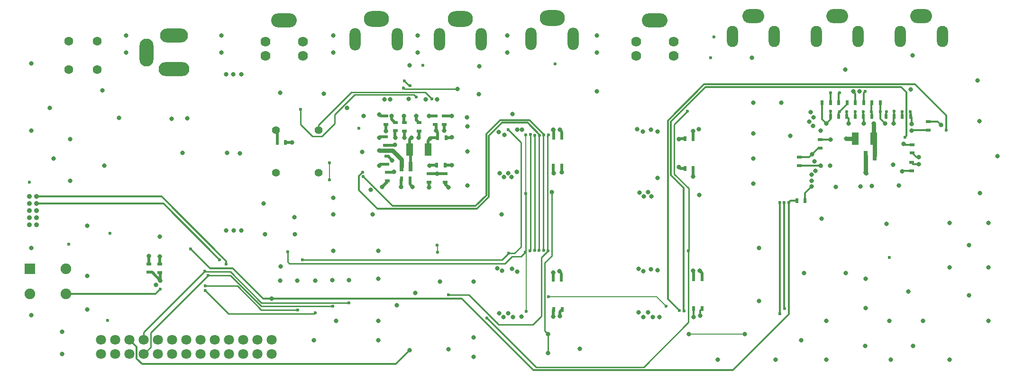
<source format=gbl>
%TF.GenerationSoftware,KiCad,Pcbnew,8.0.0-8.0.0-1~ubuntu23.10.1*%
%TF.CreationDate,2024-02-25T10:57:16+11:00*%
%TF.ProjectId,tbc,7462632e-6b69-4636-9164-5f7063625858,rev?*%
%TF.SameCoordinates,Original*%
%TF.FileFunction,Copper,L4,Bot*%
%TF.FilePolarity,Positive*%
%FSLAX46Y46*%
G04 Gerber Fmt 4.6, Leading zero omitted, Abs format (unit mm)*
G04 Created by KiCad (PCBNEW 8.0.0-8.0.0-1~ubuntu23.10.1) date 2024-02-25 10:57:16*
%MOMM*%
%LPD*%
G01*
G04 APERTURE LIST*
%TA.AperFunction,ComponentPad*%
%ADD10O,5.500000X2.500000*%
%TD*%
%TA.AperFunction,ComponentPad*%
%ADD11O,5.000000X2.500000*%
%TD*%
%TA.AperFunction,ComponentPad*%
%ADD12O,2.500000X5.000000*%
%TD*%
%TA.AperFunction,ComponentPad*%
%ADD13O,4.500000X2.800000*%
%TD*%
%TA.AperFunction,ComponentPad*%
%ADD14O,2.000000X4.000000*%
%TD*%
%TA.AperFunction,ComponentPad*%
%ADD15C,1.400000*%
%TD*%
%TA.AperFunction,ComponentPad*%
%ADD16O,4.580000X2.500000*%
%TD*%
%TA.AperFunction,ComponentPad*%
%ADD17C,1.780000*%
%TD*%
%TA.AperFunction,ComponentPad*%
%ADD18R,1.900000X1.900000*%
%TD*%
%TA.AperFunction,ComponentPad*%
%ADD19C,1.900000*%
%TD*%
%TA.AperFunction,ComponentPad*%
%ADD20C,0.900000*%
%TD*%
%TA.AperFunction,ComponentPad*%
%ADD21O,3.900000X2.500000*%
%TD*%
%TA.AperFunction,ComponentPad*%
%ADD22O,2.000000X3.800000*%
%TD*%
%TA.AperFunction,ComponentPad*%
%ADD23C,1.800000*%
%TD*%
%TA.AperFunction,ComponentPad*%
%ADD24C,1.600000*%
%TD*%
%TA.AperFunction,SMDPad,CuDef*%
%ADD25R,0.600000X0.900000*%
%TD*%
%TA.AperFunction,SMDPad,CuDef*%
%ADD26R,0.900000X0.600000*%
%TD*%
%TA.AperFunction,SMDPad,CuDef*%
%ADD27R,1.200000X2.300000*%
%TD*%
%TA.AperFunction,SMDPad,CuDef*%
%ADD28R,0.800000X1.800000*%
%TD*%
%TA.AperFunction,ViaPad*%
%ADD29C,0.800000*%
%TD*%
%TA.AperFunction,ViaPad*%
%ADD30C,0.600000*%
%TD*%
%TA.AperFunction,Conductor*%
%ADD31C,0.500000*%
%TD*%
%TA.AperFunction,Conductor*%
%ADD32C,0.300000*%
%TD*%
%TA.AperFunction,Conductor*%
%ADD33C,0.800000*%
%TD*%
%TA.AperFunction,Conductor*%
%ADD34C,0.200000*%
%TD*%
%TA.AperFunction,Conductor*%
%ADD35C,0.250000*%
%TD*%
G04 APERTURE END LIST*
D10*
%TO.P,J7,1*%
%TO.N,Net-(SW2-A)*%
X90237500Y-74100000D03*
D11*
%TO.P,J7,2*%
%TO.N,GND*%
X90237500Y-68100000D03*
D12*
%TO.P,J7,3*%
%TO.N,unconnected-(J7-Pad3)*%
X85337500Y-71100000D03*
%TD*%
D13*
%TO.P,J5,1*%
%TO.N,GND*%
X157800000Y-64975000D03*
D14*
%TO.P,J5,2*%
%TO.N,/Video Encoder/CVBS_OUT*%
X161550000Y-68675000D03*
%TO.P,J5,3*%
%TO.N,unconnected-(J5-Pad3)*%
X154050000Y-68675000D03*
%TD*%
D15*
%TO.P,X1,1,NC*%
%TO.N,unconnected-(X1-NC-Pad1)*%
X108465000Y-92660000D03*
%TO.P,X1,4,GND*%
%TO.N,GND*%
X116085000Y-92660000D03*
%TO.P,X1,5,OUT*%
%TO.N,Net-(U1-XTALI)*%
X116085000Y-85040000D03*
%TO.P,X1,8,VDD*%
%TO.N,+3V3*%
X108465000Y-85040000D03*
%TD*%
D16*
%TO.P,J4,*%
%TO.N,*%
X176140000Y-65415000D03*
D17*
%TO.P,J4,1*%
%TO.N,GND*%
X179490000Y-69225000D03*
%TO.P,J4,2*%
X172790000Y-69225000D03*
%TO.P,J4,3*%
%TO.N,/Video Encoder/Y_OUT*%
X179490000Y-71715000D03*
%TO.P,J4,4*%
%TO.N,/Video Encoder/C_OUT*%
X172790000Y-71715000D03*
%TD*%
D13*
%TO.P,J3,1*%
%TO.N,GND*%
X126400000Y-65100000D03*
D14*
%TO.P,J3,2*%
%TO.N,/Video Decoder/CVBS_1_IN*%
X130150000Y-68800000D03*
%TO.P,J3,3*%
%TO.N,GND*%
X122650000Y-68800000D03*
%TD*%
D16*
%TO.P,J1,*%
%TO.N,*%
X109950000Y-65385000D03*
D17*
%TO.P,J1,1*%
%TO.N,GND*%
X113300000Y-69195000D03*
%TO.P,J1,2*%
X106600000Y-69195000D03*
%TO.P,J1,3*%
%TO.N,/Video Decoder/Y_IN*%
X113300000Y-71685000D03*
%TO.P,J1,4*%
%TO.N,/Video Decoder/C_IN*%
X106600000Y-71685000D03*
%TD*%
D18*
%TO.P,SW1,1,1*%
%TO.N,GND*%
X64500000Y-109850000D03*
D19*
%TO.P,SW1,2,2*%
X71000000Y-109850000D03*
%TO.P,SW1,3,3*%
%TO.N,Net-(U11-PF2-NRST)*%
X64500000Y-114350000D03*
%TO.P,SW1,4,4*%
X71000000Y-114350000D03*
%TD*%
D20*
%TO.P,J8,1,1*%
%TO.N,+3V3*%
X64430000Y-96890000D03*
%TO.P,J8,2,2*%
%TO.N,Net-(U11-PA13)*%
X65700000Y-96890000D03*
%TO.P,J8,3,3*%
%TO.N,GND*%
X64430000Y-98160000D03*
%TO.P,J8,4,4*%
%TO.N,Net-(U11-PA14-BOOT0)*%
X65700000Y-98160000D03*
%TO.P,J8,5,5*%
%TO.N,GND*%
X64430000Y-99430000D03*
%TO.P,J8,6,6*%
%TO.N,unconnected-(J8-Pad6)*%
X65700000Y-99430000D03*
%TO.P,J8,7,7*%
%TO.N,unconnected-(J8-Pad7)*%
X64430000Y-100700000D03*
%TO.P,J8,8,8*%
%TO.N,unconnected-(J8-Pad8)*%
X65700000Y-100700000D03*
%TO.P,J8,9,9*%
%TO.N,unconnected-(J8-Pad9)*%
X64430000Y-101970000D03*
%TO.P,J8,10,10*%
%TO.N,Net-(U11-PF2-NRST)*%
X65700000Y-101970000D03*
%TD*%
D21*
%TO.P,J6,1*%
%TO.N,GND*%
X223730000Y-64590000D03*
D22*
%TO.P,J6,2*%
%TO.N,/Video Encoder/R*%
X227480000Y-68290000D03*
%TO.P,J6,3*%
%TO.N,unconnected-(J6-Pad3)*%
X219980000Y-68290000D03*
D21*
%TO.P,J6,4*%
%TO.N,GND*%
X208730000Y-64590000D03*
D22*
%TO.P,J6,5*%
%TO.N,/Video Encoder/G*%
X212480000Y-68290000D03*
%TO.P,J6,6*%
%TO.N,unconnected-(J6-Pad6)*%
X204980000Y-68290000D03*
D21*
%TO.P,J6,7*%
%TO.N,GND*%
X193730000Y-64590000D03*
D22*
%TO.P,J6,8*%
%TO.N,/Video Encoder/B*%
X197480000Y-68290000D03*
%TO.P,J6,9*%
%TO.N,unconnected-(J6-Pad9)*%
X189980000Y-68290000D03*
%TD*%
D23*
%TO.P,J9,1,1*%
%TO.N,+3V3*%
X77270000Y-125100000D03*
%TO.P,J9,2,2*%
X77270000Y-122560000D03*
%TO.P,J9,3,3*%
%TO.N,GND*%
X79810000Y-125100000D03*
%TO.P,J9,4,4*%
X79810000Y-122560000D03*
%TO.P,J9,5,5*%
%TO.N,+5V*%
X82350000Y-125100000D03*
%TO.P,J9,6,6*%
%TO.N,/Frame Memories and Freeze/FREEZE*%
X82350000Y-122560000D03*
%TO.P,J9,7,7*%
%TO.N,/Microcontroller\u002C Power/SCL2*%
X84890000Y-125100000D03*
%TO.P,J9,8,8*%
%TO.N,/Microcontroller\u002C Power/SDA2*%
X84890000Y-122560000D03*
%TO.P,J9,9,9*%
%TO.N,/Microcontroller\u002C Power/D_READY*%
X87430000Y-125100000D03*
%TO.P,J9,10,10*%
%TO.N,/Microcontroller\u002C Power/D_SIGNAL*%
X87430000Y-122560000D03*
%TO.P,J9,11,11*%
%TO.N,/Microcontroller\u002C Power/D_INTERLACED*%
X89970000Y-125100000D03*
%TO.P,J9,12,12*%
%TO.N,/Microcontroller\u002C Power/D_50HZ*%
X89970000Y-122560000D03*
%TO.P,J9,13,13*%
%TO.N,/Microcontroller\u002C Power/D_60HZ*%
X92510000Y-125100000D03*
%TO.P,J9,14,14*%
%TO.N,/Microcontroller\u002C Power/EXP_1*%
X92510000Y-122560000D03*
%TO.P,J9,15,15*%
%TO.N,/Microcontroller\u002C Power/EXP_2*%
X95050000Y-125100000D03*
%TO.P,J9,16,16*%
%TO.N,/Microcontroller\u002C Power/EXP_3*%
X95050000Y-122560000D03*
%TO.P,J9,17,17*%
%TO.N,/Microcontroller\u002C Power/RENC_A*%
X97590000Y-125100000D03*
%TO.P,J9,18,18*%
%TO.N,/Microcontroller\u002C Power/RENC_B*%
X97590000Y-122560000D03*
%TO.P,J9,19,19*%
%TO.N,/Microcontroller\u002C Power/RENC_SW*%
X100130000Y-125100000D03*
%TO.P,J9,20,20*%
%TO.N,/Microcontroller\u002C Power/EXP_4*%
X100130000Y-122560000D03*
%TO.P,J9,21,21*%
%TO.N,/Microcontroller\u002C Power/EXP_5*%
X102670000Y-125100000D03*
%TO.P,J9,22,22*%
%TO.N,/Microcontroller\u002C Power/EXP_6*%
X102670000Y-122560000D03*
%TO.P,J9,23,23*%
%TO.N,/Microcontroller\u002C Power/EXP_7*%
X105210000Y-125100000D03*
%TO.P,J9,24,24*%
%TO.N,/Microcontroller\u002C Power/EXP_8*%
X105210000Y-122560000D03*
%TO.P,J9,25,25*%
%TO.N,/Microcontroller\u002C Power/EXP_9*%
X107750000Y-125100000D03*
%TO.P,J9,26,26*%
%TO.N,unconnected-(J9-Pad26)*%
X107750000Y-122560000D03*
%TD*%
D24*
%TO.P,SW2,*%
%TO.N,*%
X76550000Y-69100000D03*
X71470000Y-69100000D03*
%TO.P,SW2,1,A*%
%TO.N,Net-(SW2-A)*%
X76550000Y-74180000D03*
%TO.P,SW2,3,B*%
%TO.N,Net-(Q1-D)*%
X71470000Y-74180000D03*
%TD*%
D13*
%TO.P,J2,1*%
%TO.N,GND*%
X141400000Y-65100000D03*
D14*
%TO.P,J2,2*%
%TO.N,/Video Decoder/CVBS_2_IN*%
X145150000Y-68800000D03*
%TO.P,J2,3*%
%TO.N,GND*%
X137650000Y-68800000D03*
%TD*%
D25*
%TO.P,C38,1*%
%TO.N,+3V3A2*%
X216400000Y-80100000D03*
%TO.P,C38,2*%
%TO.N,GND*%
X214900000Y-80100000D03*
%TD*%
%TO.P,C40,1*%
%TO.N,+3V3A2*%
X221800000Y-82600000D03*
%TO.P,C40,2*%
%TO.N,GND*%
X220300000Y-82600000D03*
%TD*%
D26*
%TO.P,C43,1*%
%TO.N,+3V3*%
X222000000Y-92300000D03*
%TO.P,C43,2*%
%TO.N,GND*%
X222000000Y-90800000D03*
%TD*%
%TO.P,C4,1*%
%TO.N,GND*%
X134000000Y-85150000D03*
%TO.P,C4,2*%
%TO.N,+3V3A*%
X134000000Y-83650000D03*
%TD*%
D25*
%TO.P,C65,1*%
%TO.N,GND*%
X184600000Y-116900000D03*
%TO.P,C65,2*%
%TO.N,+5V*%
X183100000Y-116900000D03*
%TD*%
%TO.P,C13,1*%
%TO.N,GND*%
X137350000Y-86400000D03*
%TO.P,C13,2*%
%TO.N,+3V3*%
X138850000Y-86400000D03*
%TD*%
D26*
%TO.P,C57,1*%
%TO.N,+3V3*%
X87750000Y-110500000D03*
%TO.P,C57,2*%
%TO.N,GND*%
X87750000Y-109000000D03*
%TD*%
D25*
%TO.P,C33,1*%
%TO.N,+3V3A2*%
X207500000Y-82600000D03*
%TO.P,C33,2*%
%TO.N,GND*%
X209000000Y-82600000D03*
%TD*%
%TO.P,C64,1*%
%TO.N,GND*%
X159600000Y-117100000D03*
%TO.P,C64,2*%
%TO.N,+5V*%
X158100000Y-117100000D03*
%TD*%
D27*
%TO.P,C1,1*%
%TO.N,GND*%
X135650000Y-88500000D03*
%TO.P,C1,2*%
%TO.N,+3V3A*%
X132350000Y-88500000D03*
%TD*%
D25*
%TO.P,C63,1*%
%TO.N,GND*%
X181500000Y-91850000D03*
%TO.P,C63,2*%
%TO.N,+5V*%
X183000000Y-91850000D03*
%TD*%
D26*
%TO.P,C58,1*%
%TO.N,GND*%
X222100000Y-89100000D03*
%TO.P,C58,2*%
%TO.N,+3V3*%
X222100000Y-87600000D03*
%TD*%
%TO.P,C17,1*%
%TO.N,GND*%
X128100000Y-84000000D03*
%TO.P,C17,2*%
%TO.N,+3V3*%
X128100000Y-82500000D03*
%TD*%
D25*
%TO.P,C12,1*%
%TO.N,GND*%
X137200000Y-91270000D03*
%TO.P,C12,2*%
%TO.N,+3V3*%
X138700000Y-91270000D03*
%TD*%
%TO.P,C39,1*%
%TO.N,+3V3A2*%
X218900000Y-82600000D03*
%TO.P,C39,2*%
%TO.N,GND*%
X217400000Y-82600000D03*
%TD*%
%TO.P,C30,1*%
%TO.N,GND*%
X203000000Y-97650000D03*
%TO.P,C30,2*%
%TO.N,/Microcontroller\u002C Power/VENC_RST*%
X201500000Y-97650000D03*
%TD*%
D27*
%TO.P,C31,1*%
%TO.N,+3V3A2*%
X215200000Y-86550000D03*
%TO.P,C31,2*%
%TO.N,GND*%
X211900000Y-86550000D03*
%TD*%
D26*
%TO.P,C5,1*%
%TO.N,GND*%
X135800000Y-92790000D03*
%TO.P,C5,2*%
%TO.N,+3V3*%
X135800000Y-94290000D03*
%TD*%
%TO.P,C18,1*%
%TO.N,GND*%
X128350000Y-92550000D03*
%TO.P,C18,2*%
%TO.N,+3V3*%
X128350000Y-94050000D03*
%TD*%
D25*
%TO.P,C26,1*%
%TO.N,GND*%
X184575000Y-111625000D03*
%TO.P,C26,2*%
%TO.N,+5V*%
X183075000Y-111625000D03*
%TD*%
D26*
%TO.P,C45,1*%
%TO.N,+5V*%
X205650000Y-86750000D03*
%TO.P,C45,2*%
%TO.N,GND*%
X205650000Y-88250000D03*
%TD*%
D25*
%TO.P,C24,1*%
%TO.N,GND*%
X181500000Y-86575000D03*
%TO.P,C24,2*%
%TO.N,+5V*%
X183000000Y-86575000D03*
%TD*%
%TO.P,C23,1*%
%TO.N,GND*%
X159550000Y-86250000D03*
%TO.P,C23,2*%
%TO.N,+5V*%
X158050000Y-86250000D03*
%TD*%
%TO.P,C35,1*%
%TO.N,+3V3A2*%
X210450000Y-82600000D03*
%TO.P,C35,2*%
%TO.N,GND*%
X211950000Y-82600000D03*
%TD*%
D26*
%TO.P,C19,1*%
%TO.N,GND*%
X128300000Y-89650000D03*
%TO.P,C19,2*%
%TO.N,+3V3*%
X128300000Y-91150000D03*
%TD*%
D25*
%TO.P,C20,1*%
%TO.N,GND*%
X132400000Y-93750000D03*
%TO.P,C20,2*%
%TO.N,+3V3*%
X130900000Y-93750000D03*
%TD*%
D28*
%TO.P,L1,1,1*%
%TO.N,+3V3*%
X130900000Y-91500000D03*
%TO.P,L1,2,2*%
%TO.N,+3V3A*%
X132500000Y-91500000D03*
%TD*%
D26*
%TO.P,C2,1*%
%TO.N,GND*%
X129780000Y-85140000D03*
%TO.P,C2,2*%
%TO.N,+3V3A*%
X129780000Y-83640000D03*
%TD*%
D25*
%TO.P,C34,1*%
%TO.N,+3V3A2*%
X209000000Y-80100000D03*
%TO.P,C34,2*%
%TO.N,GND*%
X210500000Y-80100000D03*
%TD*%
%TO.P,C32,1*%
%TO.N,+3V3A2*%
X206000000Y-80100000D03*
%TO.P,C32,2*%
%TO.N,GND*%
X207500000Y-80100000D03*
%TD*%
%TO.P,C25,1*%
%TO.N,GND*%
X159475000Y-111650000D03*
%TO.P,C25,2*%
%TO.N,+5V*%
X157975000Y-111650000D03*
%TD*%
D26*
%TO.P,C21,1*%
%TO.N,GND*%
X128070000Y-87740000D03*
%TO.P,C21,2*%
%TO.N,+3V3*%
X128070000Y-86240000D03*
%TD*%
%TO.P,C3,1*%
%TO.N,GND*%
X131450000Y-85150000D03*
%TO.P,C3,2*%
%TO.N,+3V3A*%
X131450000Y-83650000D03*
%TD*%
%TO.P,C59,1*%
%TO.N,GND*%
X136900000Y-84000000D03*
%TO.P,C59,2*%
%TO.N,+3V3*%
X136900000Y-82500000D03*
%TD*%
D25*
%TO.P,C36,1*%
%TO.N,+3V3A2*%
X213450000Y-80100000D03*
%TO.P,C36,2*%
%TO.N,GND*%
X211950000Y-80100000D03*
%TD*%
D26*
%TO.P,C16,1*%
%TO.N,GND*%
X138550000Y-84000000D03*
%TO.P,C16,2*%
%TO.N,+3V3*%
X138550000Y-82500000D03*
%TD*%
D25*
%TO.P,C60,1*%
%TO.N,GND*%
X110200000Y-87200000D03*
%TO.P,C60,2*%
%TO.N,+3V3*%
X108700000Y-87200000D03*
%TD*%
D26*
%TO.P,C46,1*%
%TO.N,+5V*%
X225000000Y-85000000D03*
%TO.P,C46,2*%
%TO.N,GND*%
X225000000Y-83500000D03*
%TD*%
%TO.P,C15,1*%
%TO.N,GND*%
X138700000Y-92800000D03*
%TO.P,C15,2*%
%TO.N,+3V3*%
X138700000Y-94300000D03*
%TD*%
D25*
%TO.P,C37,1*%
%TO.N,+3V3A2*%
X213400000Y-82600000D03*
%TO.P,C37,2*%
%TO.N,GND*%
X214900000Y-82600000D03*
%TD*%
D26*
%TO.P,C56,1*%
%TO.N,+3V3*%
X85750000Y-110450000D03*
%TO.P,C56,2*%
%TO.N,GND*%
X85750000Y-108950000D03*
%TD*%
%TO.P,C41,1*%
%TO.N,+3V3*%
X201950000Y-91350000D03*
%TO.P,C41,2*%
%TO.N,GND*%
X201950000Y-89850000D03*
%TD*%
D28*
%TO.P,L3,1,1*%
%TO.N,+3V3*%
X213800000Y-89550000D03*
%TO.P,L3,2,2*%
%TO.N,+3V3A2*%
X215400000Y-89550000D03*
%TD*%
D25*
%TO.P,C62,1*%
%TO.N,GND*%
X159525000Y-91450000D03*
%TO.P,C62,2*%
%TO.N,+5V*%
X158025000Y-91450000D03*
%TD*%
D29*
%TO.N,GND*%
X202250000Y-122600000D03*
X202750000Y-110600000D03*
X165750000Y-68100000D03*
X149750000Y-68100000D03*
X133750000Y-68100000D03*
X98750000Y-68100000D03*
X81750000Y-68100000D03*
X118750000Y-68100000D03*
X187400000Y-126100000D03*
X175450000Y-84900000D03*
X150800000Y-118500000D03*
X125400000Y-95725000D03*
X218250000Y-126100000D03*
X174125000Y-118450000D03*
X212850000Y-95050000D03*
X165750000Y-71100000D03*
X235750000Y-109600000D03*
X222250000Y-123600000D03*
X204175000Y-95100000D03*
X149975000Y-117800000D03*
X109300000Y-109405000D03*
X150625000Y-109825000D03*
X128900000Y-79500000D03*
X127900000Y-79500000D03*
X91750000Y-89100000D03*
X137299996Y-79520000D03*
X149150000Y-118500000D03*
X81750000Y-71100000D03*
X111350000Y-87200000D03*
X173379351Y-96190827D03*
X205950000Y-100850000D03*
X204200000Y-89350000D03*
X98750000Y-71100000D03*
X206750000Y-119100000D03*
X87050000Y-112700006D03*
X149275000Y-85825000D03*
X214900000Y-95000000D03*
X180425000Y-91600000D03*
X184000000Y-84825000D03*
X68050000Y-81050000D03*
D30*
X217502957Y-81702891D03*
D29*
X193750000Y-94600000D03*
X165750000Y-78100000D03*
X233750000Y-76100000D03*
X193750000Y-90100000D03*
X138570000Y-85080000D03*
X218025000Y-119175000D03*
X143750000Y-112100000D03*
X137750000Y-112100000D03*
X64750000Y-118100000D03*
X144750000Y-78600000D03*
X99750000Y-89100000D03*
X68750000Y-90100000D03*
X148300000Y-85350000D03*
X228750000Y-126100000D03*
D30*
X207500000Y-78350000D03*
D29*
X137050000Y-85100000D03*
D30*
X209150000Y-81725002D03*
D29*
X128100000Y-85150000D03*
D30*
X78800000Y-103450000D03*
D29*
X206750000Y-126100000D03*
X148750000Y-100100000D03*
X131401316Y-86333772D03*
X204450000Y-82743012D03*
X118750000Y-106600000D03*
X208500000Y-95150000D03*
X184232711Y-118177339D03*
X234100000Y-83400000D03*
X204411567Y-84225000D03*
X210350000Y-86550000D03*
X194750000Y-115600000D03*
D30*
X158340000Y-73120000D03*
D29*
X149750000Y-71100000D03*
X109210000Y-78340000D03*
X133350000Y-114100000D03*
X210175000Y-74200000D03*
X232250000Y-105600000D03*
X180400000Y-86600000D03*
X213750000Y-123600000D03*
X144800000Y-73570000D03*
X228750000Y-101600000D03*
X135929434Y-91353837D03*
X133950000Y-86350000D03*
X204149996Y-92975002D03*
D30*
X214840382Y-81725002D03*
D29*
X148325000Y-117775000D03*
X124150000Y-82500000D03*
X118750000Y-97100000D03*
X129250000Y-90400000D03*
X115250000Y-122600000D03*
X87750000Y-107600000D03*
X174975000Y-96100000D03*
X118750000Y-71100000D03*
X87750000Y-104100000D03*
X217520008Y-101815778D03*
X132211682Y-79396601D03*
X126750000Y-122600000D03*
X71700000Y-86600000D03*
X204150000Y-94050000D03*
X143750000Y-125600000D03*
X174200000Y-96900000D03*
X148400000Y-92750000D03*
X77450000Y-77900000D03*
X64750000Y-73100000D03*
X159100000Y-110275000D03*
X174125000Y-110275000D03*
X203956363Y-81796189D03*
X235750000Y-101600000D03*
X150750000Y-82100000D03*
X175425000Y-109875000D03*
X173250000Y-117600000D03*
X135250000Y-79520000D03*
X159524994Y-92561895D03*
D30*
X186730000Y-68350000D03*
D29*
X106250000Y-98100000D03*
X129550000Y-92450000D03*
X235750000Y-119100000D03*
X148025000Y-109700000D03*
X173025000Y-84825000D03*
X219700000Y-94950000D03*
X70250000Y-125100000D03*
D30*
X211950001Y-81750001D03*
D29*
X126750000Y-106600000D03*
X71750000Y-94100000D03*
X64750000Y-85100000D03*
X174950000Y-117600000D03*
X221800000Y-77750000D03*
D30*
X186130000Y-72080000D03*
D29*
X210250000Y-110600000D03*
X102025000Y-89125000D03*
X175550000Y-96900000D03*
X119250000Y-119100000D03*
X111750000Y-100600000D03*
X133750000Y-71100000D03*
D30*
X218000000Y-107800000D03*
D29*
X70250000Y-121100000D03*
X149950000Y-92700000D03*
X193750000Y-85600000D03*
X118750000Y-100100000D03*
X77800000Y-91350000D03*
D30*
X71500000Y-105450000D03*
D29*
X173225000Y-109800000D03*
X227250000Y-84100000D03*
X64750000Y-106100000D03*
X74750000Y-102100000D03*
X228750000Y-109600000D03*
X212715662Y-78073676D03*
X74750000Y-117100000D03*
X175775000Y-118475000D03*
D30*
X134750000Y-73400000D03*
D29*
X125750000Y-100100000D03*
X126750000Y-119100000D03*
X200350000Y-86000000D03*
X184175000Y-110150000D03*
X174000000Y-85300000D03*
X237300000Y-89700000D03*
D30*
X78400000Y-119050000D03*
D29*
X142700000Y-84350000D03*
X150525000Y-93400005D03*
X223250000Y-89875000D03*
X126750000Y-111600000D03*
X194750000Y-106100000D03*
X143750000Y-122100000D03*
X159198240Y-84970000D03*
X123850000Y-88900000D03*
X197750000Y-126100000D03*
X198750000Y-80100000D03*
X203749996Y-83475004D03*
X142700000Y-88850000D03*
X193500000Y-72100000D03*
X132350000Y-73400000D03*
X149200000Y-93400000D03*
X117020000Y-78490000D03*
D30*
X220300000Y-81725002D03*
D29*
X142600002Y-82750000D03*
X135980000Y-86510000D03*
X232250000Y-114600000D03*
X74750000Y-111100000D03*
X132890000Y-95170000D03*
X223300000Y-91100000D03*
X139275000Y-124175000D03*
X162750000Y-124100000D03*
X85750000Y-107550000D03*
X211575000Y-78100000D03*
X148850000Y-110200000D03*
X142700000Y-94900000D03*
X222150000Y-71650000D03*
X129700000Y-87600000D03*
X234200000Y-96250000D03*
D30*
X123250000Y-84680000D03*
D29*
X184050000Y-96625000D03*
X129800000Y-86400000D03*
X224000000Y-119150000D03*
X159147998Y-118312052D03*
X193750000Y-80100000D03*
X204800000Y-92325000D03*
X137250000Y-92800000D03*
X204650000Y-90600000D03*
%TO.N,+5V*%
X130050000Y-116300000D03*
X213800000Y-111625000D03*
X221375000Y-113850000D03*
X151550000Y-84900000D03*
X158000000Y-84950000D03*
X176625002Y-93600000D03*
X182950000Y-110150000D03*
X158000000Y-118400000D03*
X218725000Y-91200000D03*
X183025000Y-118450000D03*
X207475000Y-91325002D03*
X207500000Y-86725000D03*
X176624990Y-110075010D03*
X213775000Y-116850000D03*
X99550000Y-103000000D03*
X182975002Y-93339952D03*
X106510000Y-103600000D03*
X182975000Y-85175000D03*
X152325000Y-118375000D03*
X102250000Y-103000000D03*
X152400000Y-84900000D03*
X111879999Y-103670001D03*
X151600000Y-110350000D03*
X157995972Y-110504060D03*
X151500000Y-92500000D03*
X158049996Y-92699996D03*
X100950000Y-103000000D03*
X222050000Y-85075000D03*
X176925000Y-118450000D03*
X176625002Y-85250000D03*
D30*
%TO.N,Net-(U2-3Y)*%
X139260000Y-114450000D03*
X157150000Y-85875000D03*
X157080114Y-106612843D03*
%TO.N,/Frame Memories and Freeze/IDQ*%
X156350442Y-85851654D03*
X124091258Y-93327984D03*
X156277707Y-106531366D03*
%TO.N,/Frame Memories and Freeze/ICLK*%
X155541372Y-85910613D03*
X123975002Y-92525000D03*
X155477849Y-106516183D03*
%TO.N,/Frame Memories and Freeze/IGPV*%
X154678697Y-106553052D03*
X137300000Y-105625000D03*
X137325000Y-106825000D03*
X154702150Y-85922499D03*
%TO.N,/Frame Memories and Freeze/IGPH*%
X153912551Y-85793901D03*
X153876060Y-106598944D03*
%TO.N,/Frame Memories and Freeze/MEM_CLR*%
X153004589Y-106825000D03*
X153150000Y-117450000D03*
X178150000Y-116550000D03*
X153113213Y-85826500D03*
X110575000Y-106800000D03*
X153050000Y-96400000D03*
X157125000Y-114825000D03*
%TO.N,/Frame Memories and Freeze/MEM_MODE*%
X149950000Y-84900000D03*
X150039737Y-107044211D03*
X113225000Y-108225000D03*
%TO.N,/Frame Memories and Freeze/LLC*%
X180550000Y-117300000D03*
X228230000Y-85020000D03*
%TO.N,/Frame Memories and Freeze/CREF*%
X220850000Y-86250000D03*
X181375000Y-117375000D03*
D29*
%TO.N,/Frame Memories and Freeze/Q2*%
X157725000Y-96112342D03*
X157075000Y-121475000D03*
X157047347Y-124852653D03*
D30*
%TO.N,Net-(U2-2Y)*%
X146150000Y-118600000D03*
X182150000Y-106625000D03*
X182000000Y-81625000D03*
D29*
%TO.N,/Frame Memories and Freeze/Q1*%
X192169975Y-121474998D03*
X182200002Y-121500000D03*
D30*
%TO.N,/Microcontroller\u002C Power/SDA*%
X112375000Y-117200000D03*
X95864372Y-112874473D03*
X199248231Y-97946785D03*
X199300000Y-116900000D03*
D29*
%TO.N,+3V3*%
X126900000Y-88660000D03*
X102250000Y-75000000D03*
X126900000Y-91350000D03*
X126900000Y-86350000D03*
X126900000Y-82218541D03*
X220549999Y-87475001D03*
X205725000Y-91400000D03*
X87800000Y-111900000D03*
X205750008Y-85100000D03*
X100850000Y-75000000D03*
X109220000Y-111910000D03*
X213900000Y-92725000D03*
X89850000Y-82950000D03*
X139300000Y-95250000D03*
X127405000Y-95195000D03*
X220275000Y-92375000D03*
X121500000Y-111850000D03*
X139850000Y-82475000D03*
X112300000Y-111900000D03*
X99550000Y-75000000D03*
X80450000Y-82800000D03*
X135800000Y-82500000D03*
X135800000Y-95250000D03*
D30*
X64430000Y-94300000D03*
D29*
X139850021Y-86249985D03*
X121200000Y-81000000D03*
X118525000Y-111875000D03*
X130800000Y-95200000D03*
X115514991Y-111910009D03*
X139850000Y-91300000D03*
X92600000Y-82900000D03*
D30*
%TO.N,Net-(U11-PF2-NRST)*%
X87800000Y-113500000D03*
%TO.N,/Microcontroller\u002C Power/SCL*%
X198500000Y-117850000D03*
X115504265Y-117730735D03*
X95881289Y-113682164D03*
X198450000Y-98000000D03*
X118050000Y-90850000D03*
X118010000Y-93875000D03*
%TO.N,/Microcontroller\u002C Power/SCL2*%
X118600000Y-116525000D03*
X96353594Y-111025000D03*
%TO.N,/Microcontroller\u002C Power/SDA2*%
X121525000Y-115925000D03*
X95790000Y-110280000D03*
%TO.N,Net-(U11-PA13)*%
X99591157Y-108950002D03*
%TO.N,Net-(U11-PA14-BOOT0)*%
X98422119Y-108177879D03*
%TO.N,/Microcontroller\u002C Power/VENC_RST*%
X200048227Y-97950206D03*
X93250000Y-106300000D03*
D29*
X107700004Y-115149996D03*
D30*
%TO.N,Net-(U1-XTALI)*%
X136300000Y-79410000D03*
D29*
%TO.N,+3V3A*%
X129150002Y-82500000D03*
X131300000Y-82500000D03*
X133550000Y-82500000D03*
X132650000Y-86350000D03*
D30*
%TO.N,Net-(U1-AI22)*%
X112880000Y-81290000D03*
X133526644Y-79075436D03*
%TO.N,Net-(U1-AI21)*%
X131425000Y-76250000D03*
X132456669Y-77050000D03*
%TO.N,Net-(U1-AI12)*%
X131224885Y-77500000D03*
D29*
X140875000Y-77675002D03*
%TO.N,+3V3A2*%
X213500000Y-83850000D03*
D30*
X216400000Y-81749994D03*
D29*
X206750000Y-83850000D03*
X215200000Y-83850000D03*
D30*
X207500000Y-81600000D03*
D29*
X217250000Y-83850000D03*
X218750000Y-83850000D03*
D30*
X210450000Y-81727890D03*
D29*
X210750000Y-83850000D03*
D30*
X209150000Y-78300000D03*
X221750000Y-81725002D03*
X213750004Y-78099996D03*
X213350000Y-81700000D03*
X218900000Y-81650000D03*
D29*
X221969669Y-83880331D03*
%TO.N,/Frame Memories and Freeze/FREEZE*%
X132375000Y-124375000D03*
%TD*%
D31*
%TO.N,GND*%
X138550000Y-84000000D02*
X138550000Y-85060000D01*
D32*
X207500000Y-80100000D02*
X207500000Y-78350000D01*
D31*
X159475000Y-110650000D02*
X159100000Y-110275000D01*
X87750000Y-109000000D02*
X87750000Y-107600000D01*
X128100000Y-84000000D02*
X128100000Y-85150000D01*
D32*
X209000000Y-82600000D02*
X209000000Y-81875002D01*
D31*
X181500000Y-86575000D02*
X180425000Y-86575000D01*
D32*
X184232711Y-117267289D02*
X184600000Y-116900000D01*
X129500000Y-92550000D02*
X129550000Y-92500000D01*
X129550000Y-92500000D02*
X129550000Y-92450000D01*
D31*
X132400000Y-94680000D02*
X132890000Y-95170000D01*
X181500000Y-91850000D02*
X180675000Y-91850000D01*
X131450000Y-86285088D02*
X131401316Y-86333772D01*
X138700000Y-92800000D02*
X137250000Y-92800000D01*
X159600000Y-117100000D02*
X159147998Y-117552002D01*
X137240000Y-92790000D02*
X137250000Y-92800000D01*
X128300000Y-89650000D02*
X128500000Y-89650000D01*
X129700000Y-87600000D02*
X129650000Y-87600000D01*
D32*
X222300000Y-91100000D02*
X222000000Y-90800000D01*
D31*
X132400000Y-93750000D02*
X132400000Y-94680000D01*
D32*
X205650000Y-88250000D02*
X205350000Y-88250000D01*
D31*
X159525000Y-92561889D02*
X159524994Y-92561895D01*
X137350000Y-85400000D02*
X137050000Y-85100000D01*
X137350000Y-86400000D02*
X136090000Y-86400000D01*
D32*
X137200000Y-92750000D02*
X137250000Y-92800000D01*
D33*
X211900000Y-86550000D02*
X210350000Y-86550000D01*
D32*
X226650000Y-83500000D02*
X227250000Y-84100000D01*
X135896163Y-91353837D02*
X135929434Y-91353837D01*
D31*
X159550000Y-85321760D02*
X159198240Y-84970000D01*
D32*
X223300000Y-91100000D02*
X222300000Y-91100000D01*
X222875000Y-89875000D02*
X222100000Y-89100000D01*
X203700000Y-89850000D02*
X204200000Y-89350000D01*
D34*
X137050000Y-84150000D02*
X136900000Y-84000000D01*
D31*
X137050000Y-85100000D02*
X137050000Y-84150000D01*
D32*
X201950000Y-89850000D02*
X203700000Y-89850000D01*
D31*
X110200000Y-87200000D02*
X111350000Y-87200000D01*
D32*
X203000000Y-97650000D02*
X203000000Y-96275000D01*
X210500000Y-80375002D02*
X209150000Y-81725002D01*
X214840382Y-80159618D02*
X214900000Y-80100000D01*
X129600000Y-92550000D02*
X129550000Y-92500000D01*
D31*
X134000000Y-85150000D02*
X134000000Y-86300000D01*
X129750000Y-86350000D02*
X129800000Y-86400000D01*
X184575000Y-110550000D02*
X184175000Y-110150000D01*
D32*
X223250000Y-89875000D02*
X222875000Y-89875000D01*
X214900000Y-81784620D02*
X214840382Y-81725002D01*
D31*
X129650000Y-87600000D02*
X129510000Y-87740000D01*
D32*
X217400000Y-81805848D02*
X217502957Y-81702891D01*
D31*
X129750000Y-85150000D02*
X129750000Y-86350000D01*
D32*
X214900000Y-82600000D02*
X214900000Y-81784620D01*
D31*
X135650000Y-88500000D02*
X135650000Y-86840000D01*
X135800000Y-92790000D02*
X137240000Y-92790000D01*
X128500000Y-89650000D02*
X129250000Y-90400000D01*
X135650000Y-86840000D02*
X135980000Y-86510000D01*
X128070000Y-87740000D02*
X128110000Y-87740000D01*
D32*
X211950000Y-78475000D02*
X211575000Y-78100000D01*
D31*
X180675000Y-91850000D02*
X180425000Y-91600000D01*
X128110000Y-87740000D02*
X128140000Y-87770000D01*
X181500000Y-86575000D02*
X181500000Y-86525000D01*
D32*
X211950000Y-82600000D02*
X211950001Y-81750001D01*
D31*
X137350000Y-86400000D02*
X137350000Y-85400000D01*
D32*
X220300000Y-82600000D02*
X220300000Y-81725002D01*
D31*
X131450000Y-85150000D02*
X131450000Y-86285088D01*
D32*
X203000000Y-96275000D02*
X204175000Y-95100000D01*
D31*
X138550000Y-85060000D02*
X138570000Y-85080000D01*
D32*
X135950000Y-91300000D02*
X135929434Y-91320566D01*
D31*
X134000000Y-86300000D02*
X133950000Y-86350000D01*
D32*
X214840382Y-81725002D02*
X214840382Y-80159618D01*
X184232711Y-118177339D02*
X184232711Y-117267289D01*
X211950000Y-80100000D02*
X211950000Y-78475000D01*
X217400000Y-82600000D02*
X217400000Y-81805848D01*
X204250000Y-89350000D02*
X204200000Y-89350000D01*
X225000000Y-83500000D02*
X226650000Y-83500000D01*
D31*
X128350000Y-92550000D02*
X129500000Y-92550000D01*
X159525000Y-91450000D02*
X159525000Y-92561889D01*
X137200000Y-91300000D02*
X135950000Y-91300000D01*
D32*
X135800000Y-91450000D02*
X135896163Y-91353837D01*
D31*
X159475000Y-111650000D02*
X159475000Y-110650000D01*
X85750000Y-108950000D02*
X85750000Y-107550000D01*
D32*
X135929434Y-91320566D02*
X135929434Y-91353837D01*
D31*
X180425000Y-86575000D02*
X180400000Y-86600000D01*
X159550000Y-86250000D02*
X159550000Y-85321760D01*
D32*
X210500000Y-80100000D02*
X210500000Y-80375002D01*
X205350000Y-88250000D02*
X204250000Y-89350000D01*
D31*
X184575000Y-111625000D02*
X184575000Y-110550000D01*
X129510000Y-87740000D02*
X128070000Y-87740000D01*
X159147998Y-117552002D02*
X159147998Y-118312052D01*
D32*
X209000000Y-81875002D02*
X209150000Y-81725002D01*
D31*
%TO.N,+5V*%
X207500000Y-91300002D02*
X207475000Y-91325002D01*
X218599998Y-91325002D02*
X218725000Y-91200000D01*
X158025000Y-92675000D02*
X158049996Y-92699996D01*
D32*
X222125000Y-85000000D02*
X222050000Y-85075000D01*
D31*
X158000000Y-118400000D02*
X158000000Y-117200000D01*
D33*
X157950000Y-84900000D02*
X158000000Y-84950000D01*
D32*
X225000000Y-85000000D02*
X222125000Y-85000000D01*
X158100000Y-117100000D02*
X158100001Y-117099999D01*
D31*
X183075000Y-118400000D02*
X183025000Y-118450000D01*
X183000000Y-93314954D02*
X182975002Y-93339952D01*
X158025000Y-91450000D02*
X158025000Y-92675000D01*
D32*
X183025000Y-116975000D02*
X183100000Y-116900000D01*
D31*
X183000000Y-85200000D02*
X182975000Y-85175000D01*
D32*
X183025000Y-118450000D02*
X183025000Y-116975000D01*
D31*
X158050000Y-85000000D02*
X158000000Y-84950000D01*
X157975000Y-111650000D02*
X157975000Y-110525032D01*
X157975000Y-110525032D02*
X157995972Y-110504060D01*
X183000000Y-91850000D02*
X183000000Y-93314954D01*
X218825000Y-91100000D02*
X218725000Y-91200000D01*
D33*
X151500000Y-92499998D02*
X151500000Y-92500000D01*
D31*
X158000000Y-117200000D02*
X158100001Y-117099999D01*
X183075000Y-110275000D02*
X182950000Y-110150000D01*
D32*
X151500000Y-92499998D02*
X151550000Y-92549998D01*
X207375000Y-86850000D02*
X207500000Y-86725000D01*
D31*
X183075000Y-111625000D02*
X183075000Y-110275000D01*
D32*
X205650000Y-86750000D02*
X207475000Y-86750000D01*
X207475000Y-86750000D02*
X207500000Y-86725000D01*
D31*
X158050000Y-86250000D02*
X158050000Y-85000000D01*
X183000000Y-86575000D02*
X183000000Y-85200000D01*
D35*
%TO.N,Net-(U2-3Y)*%
X155900000Y-107792957D02*
X155900000Y-118275000D01*
X155900000Y-118275000D02*
X154400000Y-119775000D01*
D34*
X157150000Y-85875000D02*
X156939793Y-86085207D01*
X156939793Y-106472522D02*
X157080114Y-106612843D01*
D35*
X157080114Y-106612843D02*
X155900000Y-107792957D01*
X156939793Y-86085207D02*
X157000000Y-86145414D01*
X157000000Y-86145414D02*
X157000000Y-106412315D01*
X154400000Y-119775000D02*
X148225000Y-119775000D01*
X157000000Y-106412315D02*
X156939793Y-106472522D01*
X148225000Y-119775000D02*
X142900000Y-114450000D01*
X142900000Y-114450000D02*
X139260000Y-114450000D01*
%TO.N,/Frame Memories and Freeze/IDQ*%
X156225000Y-106333189D02*
X156350442Y-106458631D01*
D32*
X124091258Y-93327984D02*
X129338274Y-98575000D01*
X129338274Y-98575000D02*
X144132106Y-98575000D01*
D34*
X156350442Y-106458631D02*
X156277707Y-106531366D01*
D32*
X156350442Y-85800444D02*
X156350442Y-85851654D01*
D35*
X156350442Y-85851654D02*
X156225000Y-85977096D01*
D32*
X146025000Y-96682106D02*
X146025000Y-85667894D01*
X146025000Y-85667894D02*
X148492894Y-83200000D01*
X153749998Y-83200000D02*
X156350442Y-85800444D01*
D35*
X156225000Y-85977096D02*
X156225000Y-106333189D01*
D32*
X144132106Y-98575000D02*
X146025000Y-96682106D01*
X148492894Y-83200000D02*
X153749998Y-83200000D01*
%TO.N,/Frame Memories and Freeze/ICLK*%
X123300000Y-93200002D02*
X123975002Y-92525000D01*
X123300000Y-95775000D02*
X123300000Y-93200002D01*
X126600000Y-99075000D02*
X123300000Y-95775000D01*
D35*
X155475000Y-106513336D02*
X155477848Y-106516184D01*
D32*
X146525000Y-86000000D02*
X146525000Y-96950000D01*
X155541372Y-85910613D02*
X155541372Y-85842481D01*
X144400000Y-99075000D02*
X126600000Y-99075000D01*
X146525000Y-96950000D02*
X144400000Y-99075000D01*
X155541372Y-85842481D02*
X153398891Y-83700000D01*
D34*
X155477849Y-106516183D02*
X155477848Y-106516184D01*
D35*
X155625000Y-85994241D02*
X155475000Y-86144241D01*
D34*
X155541372Y-85910613D02*
X155625000Y-85994241D01*
D32*
X148825000Y-83700000D02*
X146525000Y-86000000D01*
X153398891Y-83700000D02*
X148825000Y-83700000D01*
D35*
X155475000Y-86144241D02*
X155475000Y-106513336D01*
%TO.N,/Frame Memories and Freeze/IGPV*%
X154725000Y-85945349D02*
X154725000Y-106506749D01*
X154725000Y-106506749D02*
X154678697Y-106553052D01*
X154702150Y-85922499D02*
X154725000Y-85945349D01*
D34*
X137325000Y-106825000D02*
X137325000Y-105650000D01*
X137325000Y-105650000D02*
X137300000Y-105625000D01*
D35*
%TO.N,/Frame Memories and Freeze/IGPH*%
X153950000Y-106525004D02*
X153876060Y-106598944D01*
X153950000Y-85831350D02*
X153950000Y-106525004D01*
X153912551Y-85793901D02*
X153950000Y-85831350D01*
D34*
%TO.N,/Frame Memories and Freeze/MEM_CLR*%
X153150000Y-106970411D02*
X153150000Y-117450000D01*
D35*
X110575000Y-106800000D02*
X110575000Y-108575000D01*
D34*
X153050000Y-85889713D02*
X153113213Y-85826500D01*
X176425000Y-114825000D02*
X178150000Y-116550000D01*
X153050000Y-96400000D02*
X153050000Y-85889713D01*
D35*
X153000000Y-106825000D02*
X153004589Y-106825000D01*
X110575000Y-108575000D02*
X110850000Y-108850000D01*
D34*
X153050000Y-106779589D02*
X153004589Y-106825000D01*
D35*
X150650000Y-107600000D02*
X152225000Y-107600000D01*
D34*
X157125000Y-114825000D02*
X176425000Y-114825000D01*
D35*
X110850000Y-108850000D02*
X149400000Y-108850000D01*
X153025000Y-96425000D02*
X153050000Y-96400000D01*
X152225000Y-107600000D02*
X153000000Y-106825000D01*
X153050000Y-106779589D02*
X153050000Y-96400000D01*
X149400000Y-108850000D02*
X150650000Y-107600000D01*
D34*
X153004589Y-106825000D02*
X153150000Y-106970411D01*
D35*
%TO.N,/Frame Memories and Freeze/MEM_MODE*%
X148858948Y-108225000D02*
X113225000Y-108225000D01*
X149950000Y-84900000D02*
X152225000Y-87175000D01*
X151080789Y-107044211D02*
X150039737Y-107044211D01*
X150039737Y-107044211D02*
X148858948Y-108225000D01*
X152225000Y-105900000D02*
X151080789Y-107044211D01*
X152225000Y-87175000D02*
X152225000Y-105900000D01*
D32*
%TO.N,/Frame Memories and Freeze/LLC*%
X228230000Y-85020000D02*
X228230000Y-82410000D01*
X178475000Y-115225000D02*
X180550000Y-117300000D01*
X178475000Y-83300000D02*
X178475000Y-115225000D01*
X222643676Y-76823676D02*
X184951324Y-76823676D01*
X228230000Y-82410000D02*
X222643676Y-76823676D01*
X184951324Y-76823676D02*
X178475000Y-83300000D01*
%TO.N,/Frame Memories and Freeze/CREF*%
X179025000Y-93092894D02*
X181300000Y-95367894D01*
X181300000Y-95367894D02*
X181300000Y-117300000D01*
X220173676Y-77323676D02*
X185158430Y-77323676D01*
X185158430Y-77323676D02*
X179025000Y-83457106D01*
X181300000Y-117300000D02*
X181375000Y-117375000D01*
X179025000Y-83457106D02*
X179025000Y-93092894D01*
X221100000Y-86000000D02*
X221100000Y-78250000D01*
X220850000Y-86250000D02*
X221100000Y-86000000D01*
X221100000Y-78250000D02*
X220173676Y-77323676D01*
D35*
%TO.N,/Frame Memories and Freeze/Q2*%
X156500000Y-108750000D02*
X156500000Y-120900000D01*
X157047346Y-121502654D02*
X157075000Y-121475000D01*
D34*
X157047347Y-124852653D02*
X157047346Y-124852654D01*
D35*
X157725000Y-107525000D02*
X156500000Y-108750000D01*
X157725000Y-96112342D02*
X157725000Y-107525000D01*
X157047346Y-124852654D02*
X157047346Y-121502654D01*
X156500000Y-120900000D02*
X157075000Y-121475000D01*
%TO.N,Net-(U2-2Y)*%
X182200000Y-95450000D02*
X179625000Y-92875000D01*
X154950000Y-127400000D02*
X146150000Y-118600000D01*
X179625000Y-92875000D02*
X179625000Y-84000000D01*
X182150000Y-119425000D02*
X174175000Y-127400000D01*
X182200000Y-106575000D02*
X182200000Y-95450000D01*
X174175000Y-127400000D02*
X154950000Y-127400000D01*
X182150000Y-106625000D02*
X182150000Y-119425000D01*
X179625000Y-84000000D02*
X182000000Y-81625000D01*
X182150000Y-106625000D02*
X182200000Y-106575000D01*
D34*
%TO.N,/Frame Memories and Freeze/Q1*%
X192144973Y-121500000D02*
X192169975Y-121474998D01*
X182200002Y-121500000D02*
X192144973Y-121500000D01*
D35*
%TO.N,/Microcontroller\u002C Power/SDA*%
X101579929Y-112874473D02*
X105855456Y-117150000D01*
X95864372Y-112874473D02*
X101579929Y-112874473D01*
D32*
X199300000Y-116900000D02*
X199200000Y-116800000D01*
X199200000Y-97995016D02*
X199248231Y-97946785D01*
D35*
X112325000Y-117150000D02*
X112375000Y-117200000D01*
X105855456Y-117150000D02*
X112325000Y-117150000D01*
D32*
X199200000Y-116800000D02*
X199200000Y-97995016D01*
D31*
%TO.N,+3V3*%
X136900000Y-82500000D02*
X135800000Y-82500000D01*
X108700000Y-87200000D02*
X108700000Y-85275000D01*
X86350000Y-110450000D02*
X85750000Y-110450000D01*
D34*
X139850008Y-86249998D02*
X139850021Y-86249985D01*
D31*
X108700000Y-85275000D02*
X108465000Y-85040000D01*
X87800000Y-111900000D02*
X86350000Y-110450000D01*
X138900000Y-86350000D02*
X139750006Y-86350000D01*
X135800000Y-95250000D02*
X135800000Y-94290000D01*
D32*
X201950000Y-91350000D02*
X205675000Y-91350000D01*
X222000000Y-92300000D02*
X220350000Y-92300000D01*
D31*
X138550000Y-82500000D02*
X139800000Y-82500000D01*
D32*
X220350000Y-92300000D02*
X220275000Y-92375000D01*
D33*
X213800000Y-89550000D02*
X213800000Y-92625000D01*
D31*
X128350000Y-94250000D02*
X127405000Y-95195000D01*
X128350000Y-94050000D02*
X128350000Y-94250000D01*
D33*
X126900000Y-88660000D02*
X129310000Y-88660000D01*
D31*
X127010000Y-86240000D02*
X126900000Y-86350000D01*
X127100000Y-91150000D02*
X126900000Y-91350000D01*
D33*
X130900000Y-90250000D02*
X130900000Y-91500000D01*
X205750000Y-91375000D02*
X205725000Y-91400000D01*
D31*
X139750006Y-86350000D02*
X139850021Y-86249985D01*
D33*
X213750000Y-92575000D02*
X213900000Y-92725000D01*
D31*
X128070000Y-86240000D02*
X127010000Y-86240000D01*
X138700000Y-94650000D02*
X139300000Y-95250000D01*
D32*
X222100000Y-87600000D02*
X220674998Y-87600000D01*
D31*
X139800000Y-82500000D02*
X139825000Y-82500000D01*
D32*
X205675000Y-91350000D02*
X205725000Y-91400000D01*
D31*
X128100000Y-82500000D02*
X127181459Y-82500000D01*
D34*
X139650000Y-86249998D02*
X139850008Y-86249998D01*
D31*
X87800000Y-111900000D02*
X87800000Y-110550000D01*
X130800000Y-95200000D02*
X130800000Y-93850000D01*
D33*
X129310000Y-88660000D02*
X130900000Y-90250000D01*
X213800000Y-92625000D02*
X213900000Y-92725000D01*
D32*
X138900000Y-86350000D02*
X138850000Y-86400000D01*
D31*
X127181459Y-82500000D02*
X126900000Y-82218541D01*
X130800000Y-93850000D02*
X130900000Y-93750000D01*
X139850000Y-91300000D02*
X138700000Y-91300000D01*
X138700000Y-94300000D02*
X138700000Y-94650000D01*
X128300000Y-91150000D02*
X127100000Y-91150000D01*
D32*
X220674998Y-87600000D02*
X220549999Y-87475001D01*
D31*
X87800000Y-110550000D02*
X87750000Y-110500000D01*
X139825000Y-82500000D02*
X139850000Y-82475000D01*
D32*
%TO.N,Net-(U11-PF2-NRST)*%
X71000000Y-114350000D02*
X86950000Y-114350000D01*
X86950000Y-114350000D02*
X87800000Y-113500000D01*
D34*
%TO.N,/Microcontroller\u002C Power/SCL*%
X118010000Y-93875000D02*
X118025735Y-93859265D01*
D35*
X115410000Y-117825000D02*
X115504265Y-117730735D01*
X100024125Y-117825000D02*
X115410000Y-117825000D01*
D32*
X198450000Y-117800000D02*
X198500000Y-117850000D01*
D34*
X118025735Y-93859265D02*
X118025735Y-90874265D01*
D32*
X198450000Y-98000000D02*
X198450000Y-117800000D01*
D34*
X118025735Y-90874265D02*
X118050000Y-90850000D01*
D35*
X95881289Y-113682164D02*
X100024125Y-117825000D01*
%TO.N,/Microcontroller\u002C Power/SCL2*%
X105816852Y-116475000D02*
X100366852Y-111025000D01*
X84890000Y-125100000D02*
X86150000Y-123840000D01*
X96336465Y-111025000D02*
X96353594Y-111025000D01*
X118600000Y-116525000D02*
X118550000Y-116475000D01*
X86150000Y-123840000D02*
X86150000Y-121211465D01*
X100366852Y-111025000D02*
X96353594Y-111025000D01*
X118550000Y-116475000D02*
X105816852Y-116475000D01*
X86150000Y-121211465D02*
X96336465Y-111025000D01*
%TO.N,/Microcontroller\u002C Power/SDA2*%
X121525000Y-115925000D02*
X121500000Y-115900000D01*
X84890000Y-121180000D02*
X95790000Y-110280000D01*
X105878248Y-115900000D02*
X100308248Y-110330000D01*
X84890000Y-122560000D02*
X84890000Y-121180000D01*
X100308248Y-110330000D02*
X95840000Y-110330000D01*
X121500000Y-115900000D02*
X105878248Y-115900000D01*
X95840000Y-110330000D02*
X95790000Y-110280000D01*
D32*
%TO.N,Net-(U11-PA13)*%
X65700000Y-96890000D02*
X88053479Y-96890000D01*
X88053479Y-96890000D02*
X99591157Y-108427678D01*
X99591157Y-108427678D02*
X99591157Y-108950002D01*
%TO.N,Net-(U11-PA14-BOOT0)*%
X88404240Y-98160000D02*
X98422119Y-108177879D01*
X65700000Y-98160000D02*
X88404240Y-98160000D01*
%TO.N,/Microcontroller\u002C Power/VENC_RST*%
X201500000Y-97650000D02*
X200348433Y-97650000D01*
X96688147Y-109738147D02*
X100738147Y-109738147D01*
X107700004Y-115149996D02*
X141624996Y-115149996D01*
X190075000Y-127950000D02*
X200100000Y-117925000D01*
X200100000Y-117925000D02*
X200100000Y-98001979D01*
X154425000Y-127950000D02*
X190075000Y-127950000D01*
X141624996Y-115149996D02*
X154425000Y-127950000D01*
X200348433Y-97650000D02*
X200048227Y-97950206D01*
X100738147Y-109738147D02*
X106149996Y-115149996D01*
X106149996Y-115149996D02*
X107700004Y-115149996D01*
X93250000Y-106300000D02*
X96688147Y-109738147D01*
X200100000Y-98001979D02*
X200048227Y-97950206D01*
D35*
%TO.N,Net-(U1-XTALI)*%
X116085000Y-84050051D02*
X116085000Y-85040000D01*
X136300000Y-79410000D02*
X135111601Y-78221601D01*
X135111601Y-78221601D02*
X121913450Y-78221601D01*
X121913450Y-78221601D02*
X116085000Y-84050051D01*
D31*
%TO.N,+3V3A*%
X132500000Y-88650000D02*
X132350000Y-88500000D01*
X131300000Y-82500000D02*
X131300000Y-83500000D01*
X129150002Y-83050002D02*
X129750000Y-83650000D01*
X133550000Y-82500000D02*
X133550000Y-83200000D01*
X132500000Y-91500000D02*
X132500000Y-88650000D01*
X131300000Y-83500000D02*
X131450000Y-83650000D01*
X132350000Y-88500000D02*
X132350000Y-86650000D01*
X132350000Y-86650000D02*
X132650000Y-86350000D01*
X129150002Y-82500000D02*
X129150002Y-83050002D01*
X133550000Y-83200000D02*
X134000000Y-83650000D01*
D35*
%TO.N,Net-(U1-AI22)*%
X122503094Y-78671601D02*
X133122809Y-78671601D01*
X114950000Y-86100000D02*
X116670000Y-86100000D01*
X118950000Y-82224695D02*
X122503094Y-78671601D01*
X116670000Y-86100000D02*
X118950000Y-83820000D01*
X118950000Y-83820000D02*
X118950000Y-82224695D01*
X133122809Y-78671601D02*
X133526644Y-79075436D01*
X112880000Y-84030000D02*
X114950000Y-86100000D01*
X112880000Y-81290000D02*
X112880000Y-84030000D01*
%TO.N,Net-(U1-AI21)*%
X132225000Y-77050000D02*
X132456669Y-77050000D01*
X131425000Y-76250000D02*
X132225000Y-77050000D01*
%TO.N,Net-(U1-AI12)*%
X140874998Y-77675000D02*
X131399885Y-77675000D01*
X131399885Y-77675000D02*
X131224885Y-77500000D01*
X140875000Y-77675002D02*
X140874998Y-77675000D01*
D32*
%TO.N,+3V3A2*%
X216400000Y-80100000D02*
X216400000Y-81749994D01*
X210750000Y-82900000D02*
X210450000Y-82600000D01*
X218750000Y-82750000D02*
X218900000Y-82600000D01*
X213450000Y-78400000D02*
X213750004Y-78099996D01*
X210750000Y-83850000D02*
X210750000Y-82900000D01*
X221969669Y-83880331D02*
X221969669Y-82769669D01*
X213500000Y-83850000D02*
X213500000Y-82700000D01*
X218750000Y-83850000D02*
X218750000Y-82750000D01*
X221800000Y-81775002D02*
X221750000Y-81725002D01*
X210500000Y-81777890D02*
X210450000Y-81727890D01*
D33*
X215400000Y-86750000D02*
X215200000Y-86550000D01*
D32*
X210450000Y-82600000D02*
X210450000Y-81727890D01*
X207500000Y-83100000D02*
X206750000Y-83850000D01*
D33*
X215200000Y-86550000D02*
X215200000Y-83850000D01*
D32*
X206000000Y-80100000D02*
X206000000Y-83100000D01*
X207500000Y-82600000D02*
X207500000Y-83100000D01*
X209000000Y-80100000D02*
X209000000Y-78450000D01*
X213450000Y-80100000D02*
X213450000Y-78400000D01*
D33*
X215400000Y-89550000D02*
X215400000Y-86750000D01*
D32*
X216400000Y-82950000D02*
X216400000Y-81749994D01*
X213400000Y-82600000D02*
X213400000Y-81750000D01*
X221800000Y-82600000D02*
X221800000Y-81775002D01*
X213500000Y-82700000D02*
X213400000Y-82600000D01*
X217250000Y-83850000D02*
X217250000Y-83800000D01*
X217250000Y-83800000D02*
X216400000Y-82950000D01*
X206000000Y-83100000D02*
X206750000Y-83850000D01*
X221969669Y-82769669D02*
X221800000Y-82600000D01*
X207500000Y-82600000D02*
X207500000Y-81600000D01*
X209000000Y-78450000D02*
X209150000Y-78300000D01*
X218900000Y-82600000D02*
X218900000Y-81650000D01*
X213400000Y-81750000D02*
X213350000Y-81700000D01*
D33*
X215200000Y-85950000D02*
X215350000Y-86100000D01*
D32*
%TO.N,/Frame Memories and Freeze/FREEZE*%
X83600000Y-123810000D02*
X83600000Y-125900000D01*
X83600000Y-125900000D02*
X84575000Y-126875000D01*
X84575000Y-126875000D02*
X129875000Y-126875000D01*
X129875000Y-126875000D02*
X132375000Y-124375000D01*
X82350000Y-122560000D02*
X83600000Y-123810000D01*
%TD*%
M02*

</source>
